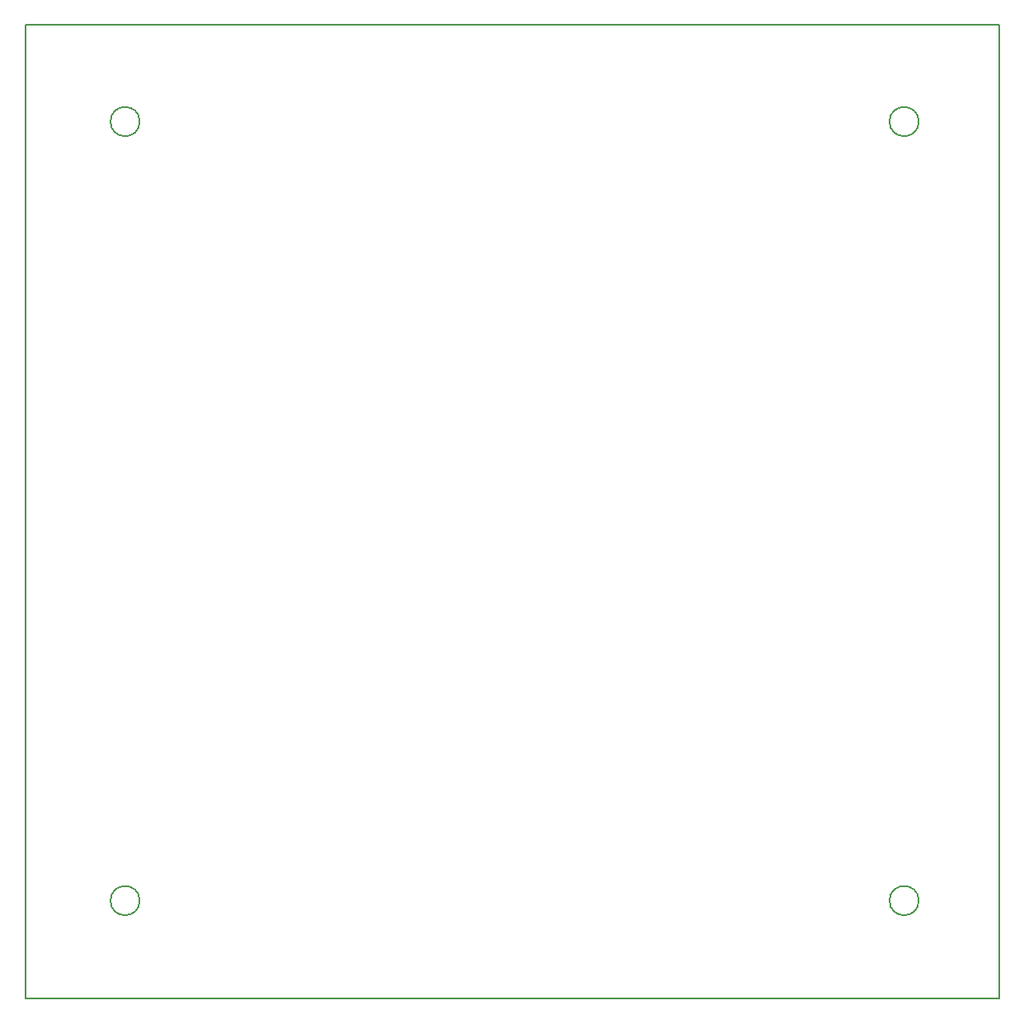
<source format=gbr>
%TF.GenerationSoftware,KiCad,Pcbnew,(6.0.7)*%
%TF.CreationDate,2022-09-05T15:10:35+08:00*%
%TF.ProjectId,6_6,365f362e-6b69-4636-9164-5f7063625858,rev?*%
%TF.SameCoordinates,Original*%
%TF.FileFunction,Profile,NP*%
%FSLAX46Y46*%
G04 Gerber Fmt 4.6, Leading zero omitted, Abs format (unit mm)*
G04 Created by KiCad (PCBNEW (6.0.7)) date 2022-09-05 15:10:35*
%MOMM*%
%LPD*%
G01*
G04 APERTURE LIST*
%TA.AperFunction,Profile*%
%ADD10C,0.200000*%
%TD*%
G04 APERTURE END LIST*
D10*
X11760000Y-12065000D02*
X111760000Y-12065000D01*
X111760000Y-12065000D02*
X111760000Y-112065000D01*
X111760000Y-112065000D02*
X11760000Y-112065000D01*
X11760000Y-112065000D02*
X11760000Y-12065000D01*
X23500000Y-22000000D02*
G75*
G03*
X23500000Y-22000000I-1500000J0D01*
G01*
X103500000Y-102000000D02*
G75*
G03*
X103500000Y-102000000I-1500000J0D01*
G01*
X103500000Y-22000000D02*
G75*
G03*
X103500000Y-22000000I-1500000J0D01*
G01*
X23500000Y-102000000D02*
G75*
G03*
X23500000Y-102000000I-1500000J0D01*
G01*
M02*

</source>
